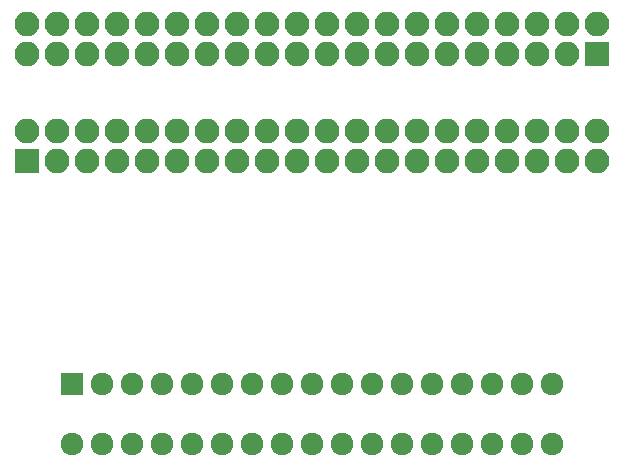
<source format=gts>
G04 #@! TF.FileFunction,Soldermask,Top*
%FSLAX46Y46*%
G04 Gerber Fmt 4.6, Leading zero omitted, Abs format (unit mm)*
G04 Created by KiCad (PCBNEW 4.0.7) date 06/27/18 09:49:37*
%MOMM*%
%LPD*%
G01*
G04 APERTURE LIST*
%ADD10C,0.100000*%
%ADD11R,1.924000X1.924000*%
%ADD12C,1.924000*%
%ADD13R,2.100000X2.100000*%
%ADD14O,2.100000X2.100000*%
G04 APERTURE END LIST*
D10*
D11*
X133350000Y-111760000D03*
D12*
X133350000Y-116840000D03*
X135890000Y-111760000D03*
X135890000Y-116840000D03*
X138430000Y-111760000D03*
X138430000Y-116840000D03*
X140970000Y-111760000D03*
X140970000Y-116840000D03*
X143510000Y-111760000D03*
X143510000Y-116840000D03*
X146050000Y-111760000D03*
X146050000Y-116840000D03*
X148590000Y-111760000D03*
X148590000Y-116840000D03*
X151130000Y-111760000D03*
X151130000Y-116840000D03*
X153670000Y-111760000D03*
X153670000Y-116840000D03*
X156210000Y-111760000D03*
X156210000Y-116840000D03*
X158750000Y-111760000D03*
X158750000Y-116840000D03*
X161290000Y-111760000D03*
X161290000Y-116840000D03*
X163830000Y-111760000D03*
X163830000Y-116840000D03*
X166370000Y-111760000D03*
X166370000Y-116840000D03*
X168910000Y-111760000D03*
X168910000Y-116840000D03*
X171450000Y-111760000D03*
X171450000Y-116840000D03*
X173990000Y-111760000D03*
X173990000Y-116840000D03*
D13*
X177800000Y-83820000D03*
D14*
X177800000Y-81280000D03*
X175260000Y-83820000D03*
X175260000Y-81280000D03*
X172720000Y-83820000D03*
X172720000Y-81280000D03*
X170180000Y-83820000D03*
X170180000Y-81280000D03*
X167640000Y-83820000D03*
X167640000Y-81280000D03*
X165100000Y-83820000D03*
X165100000Y-81280000D03*
X162560000Y-83820000D03*
X162560000Y-81280000D03*
X160020000Y-83820000D03*
X160020000Y-81280000D03*
X157480000Y-83820000D03*
X157480000Y-81280000D03*
X154940000Y-83820000D03*
X154940000Y-81280000D03*
X152400000Y-83820000D03*
X152400000Y-81280000D03*
X149860000Y-83820000D03*
X149860000Y-81280000D03*
X147320000Y-83820000D03*
X147320000Y-81280000D03*
X144780000Y-83820000D03*
X144780000Y-81280000D03*
X142240000Y-83820000D03*
X142240000Y-81280000D03*
X139700000Y-83820000D03*
X139700000Y-81280000D03*
X137160000Y-83820000D03*
X137160000Y-81280000D03*
X134620000Y-83820000D03*
X134620000Y-81280000D03*
X132080000Y-83820000D03*
X132080000Y-81280000D03*
X129540000Y-83820000D03*
X129540000Y-81280000D03*
D13*
X129540000Y-92913200D03*
D14*
X129540000Y-90373200D03*
X132080000Y-92913200D03*
X132080000Y-90373200D03*
X134620000Y-92913200D03*
X134620000Y-90373200D03*
X137160000Y-92913200D03*
X137160000Y-90373200D03*
X139700000Y-92913200D03*
X139700000Y-90373200D03*
X142240000Y-92913200D03*
X142240000Y-90373200D03*
X144780000Y-92913200D03*
X144780000Y-90373200D03*
X147320000Y-92913200D03*
X147320000Y-90373200D03*
X149860000Y-92913200D03*
X149860000Y-90373200D03*
X152400000Y-92913200D03*
X152400000Y-90373200D03*
X154940000Y-92913200D03*
X154940000Y-90373200D03*
X157480000Y-92913200D03*
X157480000Y-90373200D03*
X160020000Y-92913200D03*
X160020000Y-90373200D03*
X162560000Y-92913200D03*
X162560000Y-90373200D03*
X165100000Y-92913200D03*
X165100000Y-90373200D03*
X167640000Y-92913200D03*
X167640000Y-90373200D03*
X170180000Y-92913200D03*
X170180000Y-90373200D03*
X172720000Y-92913200D03*
X172720000Y-90373200D03*
X175260000Y-92913200D03*
X175260000Y-90373200D03*
X177800000Y-92913200D03*
X177800000Y-90373200D03*
M02*

</source>
